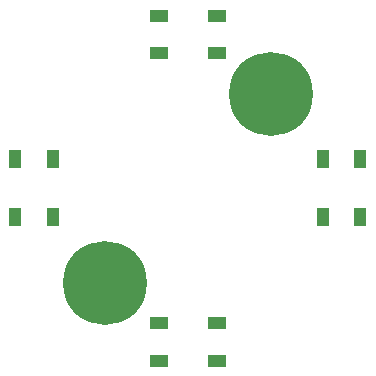
<source format=gts>
%TF.GenerationSoftware,KiCad,Pcbnew,(6.0.7)*%
%TF.CreationDate,2022-09-30T15:53:47-07:00*%
%TF.ProjectId,companion,636f6d70-616e-4696-9f6e-2e6b69636164,rev?*%
%TF.SameCoordinates,Original*%
%TF.FileFunction,Soldermask,Top*%
%TF.FilePolarity,Negative*%
%FSLAX46Y46*%
G04 Gerber Fmt 4.6, Leading zero omitted, Abs format (unit mm)*
G04 Created by KiCad (PCBNEW (6.0.7)) date 2022-09-30 15:53:47*
%MOMM*%
%LPD*%
G01*
G04 APERTURE LIST*
G04 Aperture macros list*
%AMRoundRect*
0 Rectangle with rounded corners*
0 $1 Rounding radius*
0 $2 $3 $4 $5 $6 $7 $8 $9 X,Y pos of 4 corners*
0 Add a 4 corners polygon primitive as box body*
4,1,4,$2,$3,$4,$5,$6,$7,$8,$9,$2,$3,0*
0 Add four circle primitives for the rounded corners*
1,1,$1+$1,$2,$3*
1,1,$1+$1,$4,$5*
1,1,$1+$1,$6,$7*
1,1,$1+$1,$8,$9*
0 Add four rect primitives between the rounded corners*
20,1,$1+$1,$2,$3,$4,$5,0*
20,1,$1+$1,$4,$5,$6,$7,0*
20,1,$1+$1,$6,$7,$8,$9,0*
20,1,$1+$1,$8,$9,$2,$3,0*%
G04 Aperture macros list end*
%ADD10C,7.100000*%
%ADD11C,4.800000*%
%ADD12RoundRect,0.050000X-0.750000X-0.500000X0.750000X-0.500000X0.750000X0.500000X-0.750000X0.500000X0*%
%ADD13RoundRect,0.050000X-0.500000X0.750000X-0.500000X-0.750000X0.500000X-0.750000X0.500000X0.750000X0*%
%ADD14RoundRect,0.050000X0.750000X0.500000X-0.750000X0.500000X-0.750000X-0.500000X0.750000X-0.500000X0*%
%ADD15RoundRect,0.050000X0.500000X-0.750000X0.500000X0.750000X-0.500000X0.750000X-0.500000X-0.750000X0*%
G04 APERTURE END LIST*
D10*
%TO.C,H2*%
X24425000Y-9425000D03*
D11*
X24425000Y-9425000D03*
%TD*%
D12*
%TO.C,D3*%
X14975000Y-28825000D03*
X14975000Y-32025000D03*
X19875000Y-32025000D03*
X19875000Y-28825000D03*
%TD*%
D13*
%TO.C,D4*%
X6025000Y-14975000D03*
X2825000Y-14975000D03*
X2825000Y-19875000D03*
X6025000Y-19875000D03*
%TD*%
D14*
%TO.C,D1*%
X19875000Y-6025000D03*
X19875000Y-2825000D03*
X14975000Y-2825000D03*
X14975000Y-6025000D03*
%TD*%
D10*
%TO.C,H1*%
X10425000Y-25425000D03*
D11*
X10425000Y-25425000D03*
%TD*%
D15*
%TO.C,D2*%
X28825000Y-19875000D03*
X32025000Y-19875000D03*
X32025000Y-14975000D03*
X28825000Y-14975000D03*
%TD*%
M02*

</source>
